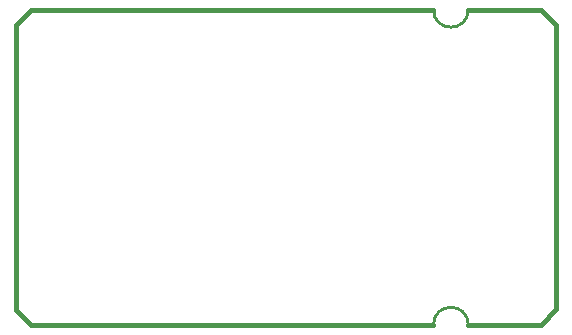
<source format=gko>
%FSLAX25Y25*%
%MOIN*%
G70*
G01*
G75*
G04 Layer_Color=16711935*
%ADD10R,0.08600X0.06000*%
%ADD11R,0.07087X0.05118*%
%ADD12R,0.02165X0.04134*%
%ADD13R,0.05118X0.07087*%
%ADD14R,0.31496X0.08661*%
%ADD15R,0.05315X0.04724*%
%ADD16C,0.03000*%
%ADD17C,0.06000*%
%ADD18C,0.02000*%
%ADD19C,0.01500*%
%ADD20C,0.01000*%
%ADD21C,0.10000*%
%ADD22C,0.07874*%
%ADD23R,0.07874X0.07874*%
%ADD24C,0.25000*%
%ADD25C,0.02700*%
%ADD26C,0.15000*%
%ADD27C,0.00800*%
%ADD28C,0.00984*%
%ADD29C,0.00700*%
%ADD30C,0.01200*%
%ADD31C,0.00787*%
%ADD32C,0.00500*%
%ADD33R,0.09400X0.06800*%
%ADD34R,0.07687X0.05718*%
%ADD35R,0.02965X0.04934*%
%ADD36R,0.05718X0.07687*%
%ADD37R,0.32296X0.09461*%
%ADD38R,0.05915X0.05324*%
%ADD39C,0.08674*%
%ADD40R,0.08674X0.08674*%
%ADD41C,0.25800*%
D19*
X860000Y715000D02*
X865000Y720000D01*
X865500D01*
X999200D01*
X865000Y615000D02*
X999200D01*
X1040000Y620125D02*
Y715000D01*
X860000Y620000D02*
Y715000D01*
Y620000D02*
X865000Y615000D01*
X1035000Y720000D02*
X1040000Y715000D01*
X1010800Y720000D02*
X1035000D01*
X1034937Y615063D02*
X1040000Y620125D01*
X1010800Y615063D02*
X1034937D01*
D20*
X1010800Y615000D02*
G03*
X999200Y615000I-5800J0D01*
G01*
Y720000D02*
G03*
X1010800Y720000I5800J0D01*
G01*
M02*

</source>
